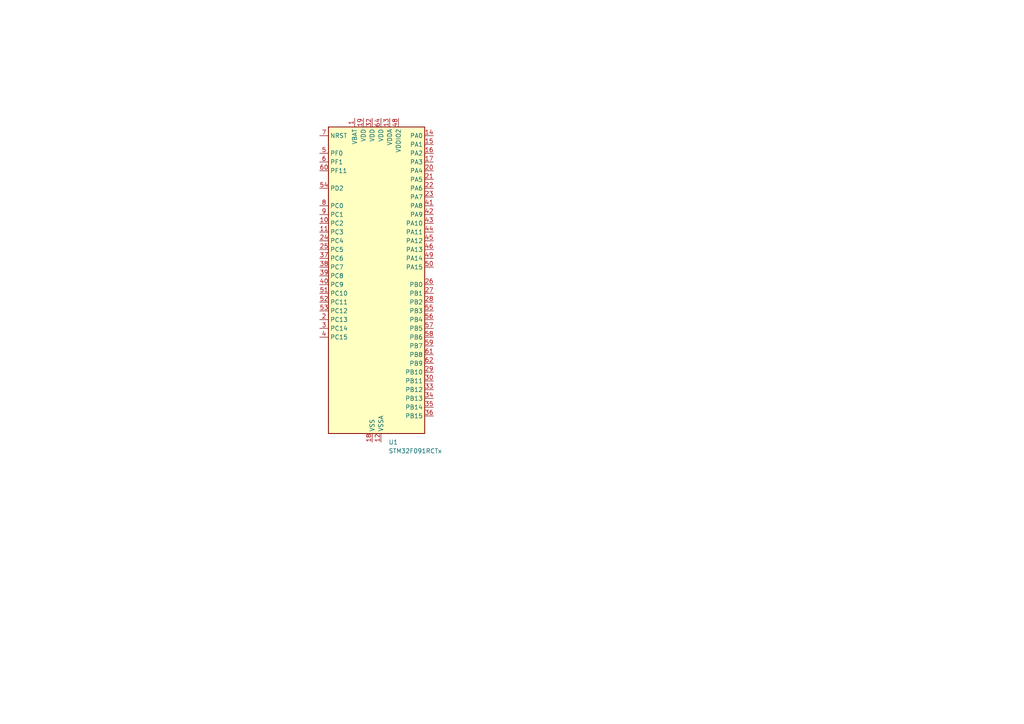
<source format=kicad_sch>
(kicad_sch (version 20230121) (generator eeschema)
  (paper "A4")
  (lib_symbols
    (symbol "MCU_ST_STM32F0:STM32F091RCTx"
      (property "Reference" "U" (at -12.7 46.99 0))
      (property "Value" "STM32F091RCTx" (at 10.16 46.99 0))
      (symbol "STM32F091RCTx_0_1"
        (rectangle (start -12.7 -43.18) (end 15.24 45.72) (stroke (width 0.254)) (fill (type background)))
      )
      (symbol "STM32F091RCTx_1_1"
        (pin power_in line (at -5.08 48.26 270) (length 2.54) (name "VBAT") (number "1"))
        (pin bidirectional line (at -15.24 17.78 0) (length 2.54) (name "PC2") (number "10"))
        (pin bidirectional line (at -15.24 15.24 0) (length 2.54) (name "PC3") (number "11"))
        (pin power_in line (at 2.54 -45.72 90) (length 2.54) (name "VSSA") (number "12"))
        (pin power_in line (at 5.08 48.26 270) (length 2.54) (name "VDDA") (number "13"))
        (pin bidirectional line (at 17.78 43.18 180) (length 2.54) (name "PA0") (number "14"))
        (pin bidirectional line (at 17.78 40.64 180) (length 2.54) (name "PA1") (number "15"))
        (pin bidirectional line (at 17.78 38.1 180) (length 2.54) (name "PA2") (number "16"))
        (pin bidirectional line (at 17.78 35.56 180) (length 2.54) (name "PA3") (number "17"))
        (pin power_in line (at 0 -45.72 90) (length 2.54) (name "VSS") (number "18"))
        (pin power_in line (at -2.54 48.26 270) (length 2.54) (name "VDD") (number "19"))
        (pin bidirectional line (at -15.24 -10.16 0) (length 2.54) (name "PC13") (number "2"))
        (pin bidirectional line (at 17.78 33.02 180) (length 2.54) (name "PA4") (number "20"))
        (pin bidirectional line (at 17.78 30.48 180) (length 2.54) (name "PA5") (number "21"))
        (pin bidirectional line (at 17.78 27.94 180) (length 2.54) (name "PA6") (number "22"))
        (pin bidirectional line (at 17.78 25.4 180) (length 2.54) (name "PA7") (number "23"))
        (pin bidirectional line (at -15.24 12.7 0) (length 2.54) (name "PC4") (number "24"))
        (pin bidirectional line (at -15.24 10.16 0) (length 2.54) (name "PC5") (number "25"))
        (pin bidirectional line (at 17.78 0 180) (length 2.54) (name "PB0") (number "26"))
        (pin bidirectional line (at 17.78 -2.54 180) (length 2.54) (name "PB1") (number "27"))
        (pin bidirectional line (at 17.78 -5.08 180) (length 2.54) (name "PB2") (number "28"))
        (pin bidirectional line (at 17.78 -25.4 180) (length 2.54) (name "PB10") (number "29"))
        (pin bidirectional line (at -15.24 -12.7 0) (length 2.54) (name "PC14") (number "3"))
        (pin bidirectional line (at 17.78 -27.94 180) (length 2.54) (name "PB11") (number "30"))
        (pin passive line (at 0 -45.72 90) (length 2.54) hide (name "VSS") (number "31"))
        (pin power_in line (at 0 48.26 270) (length 2.54) (name "VDD") (number "32"))
        (pin bidirectional line (at 17.78 -30.48 180) (length 2.54) (name "PB12") (number "33"))
        (pin bidirectional line (at 17.78 -33.02 180) (length 2.54) (name "PB13") (number "34"))
        (pin bidirectional line (at 17.78 -35.56 180) (length 2.54) (name "PB14") (number "35"))
        (pin bidirectional line (at 17.78 -38.1 180) (length 2.54) (name "PB15") (number "36"))
        (pin bidirectional line (at -15.24 7.62 0) (length 2.54) (name "PC6") (number "37"))
        (pin bidirectional line (at -15.24 5.08 0) (length 2.54) (name "PC7") (number "38"))
        (pin bidirectional line (at -15.24 2.54 0) (length 2.54) (name "PC8") (number "39"))
        (pin bidirectional line (at -15.24 -15.24 0) (length 2.54) (name "PC15") (number "4"))
        (pin bidirectional line (at -15.24 0 0) (length 2.54) (name "PC9") (number "40"))
        (pin bidirectional line (at 17.78 22.86 180) (length 2.54) (name "PA8") (number "41"))
        (pin bidirectional line (at 17.78 20.32 180) (length 2.54) (name "PA9") (number "42"))
        (pin bidirectional line (at 17.78 17.78 180) (length 2.54) (name "PA10") (number "43"))
        (pin bidirectional line (at 17.78 15.24 180) (length 2.54) (name "PA11") (number "44"))
        (pin bidirectional line (at 17.78 12.7 180) (length 2.54) (name "PA12") (number "45"))
        (pin bidirectional line (at 17.78 10.16 180) (length 2.54) (name "PA13") (number "46"))
        (pin passive line (at 0 -45.72 90) (length 2.54) hide (name "VSS") (number "47"))
        (pin power_in line (at 7.62 48.26 270) (length 2.54) (name "VDDIO2") (number "48"))
        (pin bidirectional line (at 17.78 7.62 180) (length 2.54) (name "PA14") (number "49"))
        (pin bidirectional line (at -15.24 38.1 0) (length 2.54) (name "PF0") (number "5"))
        (pin bidirectional line (at 17.78 5.08 180) (length 2.54) (name "PA15") (number "50"))
        (pin bidirectional line (at -15.24 -2.54 0) (length 2.54) (name "PC10") (number "51"))
        (pin bidirectional line (at -15.24 -5.08 0) (length 2.54) (name "PC11") (number "52"))
        (pin bidirectional line (at -15.24 -7.62 0) (length 2.54) (name "PC12") (number "53"))
        (pin bidirectional line (at -15.24 27.94 0) (length 2.54) (name "PD2") (number "54"))
        (pin bidirectional line (at 17.78 -7.62 180) (length 2.54) (name "PB3") (number "55"))
        (pin bidirectional line (at 17.78 -10.16 180) (length 2.54) (name "PB4") (number "56"))
        (pin bidirectional line (at 17.78 -12.7 180) (length 2.54) (name "PB5") (number "57"))
        (pin bidirectional line (at 17.78 -15.24 180) (length 2.54) (name "PB6") (number "58"))
        (pin bidirectional line (at 17.78 -17.78 180) (length 2.54) (name "PB7") (number "59"))
        (pin bidirectional line (at -15.24 35.56 0) (length 2.54) (name "PF1") (number "6"))
        (pin bidirectional line (at -15.24 33.02 0) (length 2.54) (name "PF11") (number "60"))
        (pin bidirectional line (at 17.78 -20.32 180) (length 2.54) (name "PB8") (number "61"))
        (pin bidirectional line (at 17.78 -22.86 180) (length 2.54) (name "PB9") (number "62"))
        (pin passive line (at 0 -45.72 90) (length 2.54) hide (name "VSS") (number "63"))
        (pin power_in line (at 2.54 48.26 270) (length 2.54) (name "VDD") (number "64"))
        (pin input line (at -15.24 43.18 0) (length 2.54) (name "NRST") (number "7"))
        (pin bidirectional line (at -15.24 22.86 0) (length 2.54) (name "PC0") (number "8"))
        (pin bidirectional line (at -15.24 20.32 0) (length 2.54) (name "PC1") (number "9"))
      )
    )
  )
  (symbol (lib_id "MCU_ST_STM32F0:STM32F091RCTx") (at 107.95 82.55 0) (unit 1)
    (property "Reference" "U1" (at 112.6841 128.27 0) (effects (justify left)))
    (property "Value" "STM32F091RCTx" (at 112.6841 130.81 0) (effects (justify left)))
    (property "Footprint" "Package_QFP:LQFP-64_10x10mm_P0.5mm" (effects hide))
    (property "Datasheet" "https://www.st.com/resource/en/datasheet/stm32f091rc.pdf" (effects hide))
  )
)
</source>
